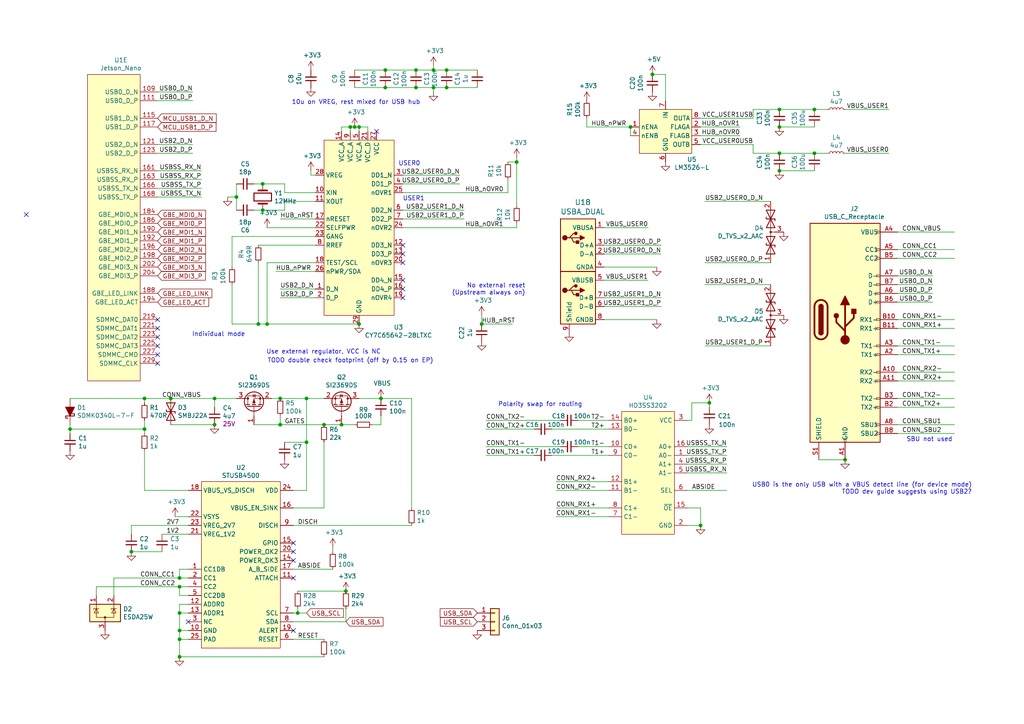
<source format=kicad_sch>
(kicad_sch (version 20200608) (host eeschema "5.99.0-unknown-ad69e44~101~ubuntu18.04.1")
  (page 1 6)
  (paper "A4")
  (junction (at 20.32 124.46))
  (junction (at 38.1 160.02))
  (junction (at 41.91 115.57))
  (junction (at 41.91 124.46))
  (junction (at 49.53 115.57))
  (junction (at 52.07 167.64))
  (junction (at 52.07 170.18))
  (junction (at 52.07 177.8))
  (junction (at 52.07 182.88))
  (junction (at 52.07 185.42))
  (junction (at 52.07 190.5))
  (junction (at 62.23 115.57))
  (junction (at 62.23 123.19))
  (junction (at 68.58 57.15))
  (junction (at 74.93 93.98))
  (junction (at 76.2 53.34))
  (junction (at 76.2 60.96))
  (junction (at 77.47 93.98))
  (junction (at 81.28 115.57))
  (junction (at 81.28 123.19))
  (junction (at 86.36 177.8))
  (junction (at 88.9 115.57))
  (junction (at 88.9 128.27))
  (junction (at 93.98 123.19))
  (junction (at 99.06 123.19))
  (junction (at 100.33 171.45))
  (junction (at 101.6 36.83))
  (junction (at 102.87 36.83))
  (junction (at 104.14 36.83))
  (junction (at 104.14 93.98))
  (junction (at 110.49 115.57))
  (junction (at 111.76 20.32))
  (junction (at 111.76 25.4))
  (junction (at 120.65 20.32))
  (junction (at 120.65 25.4))
  (junction (at 125.73 20.32))
  (junction (at 125.73 25.4))
  (junction (at 129.54 20.32))
  (junction (at 129.54 25.4))
  (junction (at 139.7 93.98))
  (junction (at 149.86 46.99))
  (junction (at 182.88 36.83))
  (junction (at 189.23 21.59))
  (junction (at 203.2 152.4))
  (junction (at 205.74 116.84))
  (junction (at 226.06 31.75))
  (junction (at 226.06 36.83))
  (junction (at 226.06 44.45))
  (junction (at 226.06 49.53))
  (junction (at 236.22 31.75))
  (junction (at 236.22 44.45))
  (junction (at 245.11 133.35))
  (no_connect (at 7.62 62.23))
  (no_connect (at 116.84 71.12))
  (no_connect (at 85.09 167.64))
  (no_connect (at 45.72 102.87))
  (no_connect (at 116.84 76.2))
  (no_connect (at 116.84 73.66))
  (no_connect (at 45.72 97.79))
  (no_connect (at 116.84 83.82))
  (no_connect (at 45.72 95.25))
  (no_connect (at 85.09 182.88))
  (no_connect (at 85.09 162.56))
  (no_connect (at 85.09 157.48))
  (no_connect (at 109.22 38.1))
  (no_connect (at 116.84 81.28))
  (no_connect (at 45.72 100.33))
  (no_connect (at 54.61 180.34))
  (no_connect (at 45.72 92.71))
  (no_connect (at 116.84 86.36))
  (no_connect (at 85.09 160.02))
  (no_connect (at 45.72 105.41))
  (wire (pts (xy 20.32 123.19) (xy 20.32 124.46)))
  (wire (pts (xy 20.32 124.46) (xy 20.32 125.73)))
  (wire (pts (xy 27.94 170.18) (xy 27.94 172.72)))
  (wire (pts (xy 33.02 167.64) (xy 33.02 172.72)))
  (wire (pts (xy 33.02 167.64) (xy 52.07 167.64)))
  (wire (pts (xy 38.1 152.4) (xy 38.1 154.94)))
  (wire (pts (xy 41.91 115.57) (xy 20.32 115.57)))
  (wire (pts (xy 41.91 115.57) (xy 41.91 116.84)))
  (wire (pts (xy 41.91 121.92) (xy 41.91 124.46)))
  (wire (pts (xy 41.91 124.46) (xy 20.32 124.46)))
  (wire (pts (xy 41.91 124.46) (xy 41.91 125.73)))
  (wire (pts (xy 41.91 130.81) (xy 41.91 142.24)))
  (wire (pts (xy 41.91 142.24) (xy 54.61 142.24)))
  (wire (pts (xy 45.72 26.67) (xy 55.88 26.67)))
  (wire (pts (xy 45.72 29.21) (xy 55.88 29.21)))
  (wire (pts (xy 45.72 41.91) (xy 55.88 41.91)))
  (wire (pts (xy 45.72 44.45) (xy 55.88 44.45)))
  (wire (pts (xy 45.72 49.53) (xy 58.42 49.53)))
  (wire (pts (xy 45.72 52.07) (xy 58.42 52.07)))
  (wire (pts (xy 45.72 54.61) (xy 58.42 54.61)))
  (wire (pts (xy 45.72 57.15) (xy 58.42 57.15)))
  (wire (pts (xy 46.99 160.02) (xy 38.1 160.02)))
  (wire (pts (xy 49.53 115.57) (xy 41.91 115.57)))
  (wire (pts (xy 49.53 115.57) (xy 62.23 115.57)))
  (wire (pts (xy 49.53 123.19) (xy 62.23 123.19)))
  (wire (pts (xy 50.8 149.86) (xy 54.61 149.86)))
  (wire (pts (xy 52.07 165.1) (xy 52.07 167.64)))
  (wire (pts (xy 52.07 167.64) (xy 54.61 167.64)))
  (wire (pts (xy 52.07 170.18) (xy 27.94 170.18)))
  (wire (pts (xy 52.07 170.18) (xy 52.07 172.72)))
  (wire (pts (xy 52.07 172.72) (xy 54.61 172.72)))
  (wire (pts (xy 52.07 175.26) (xy 52.07 177.8)))
  (wire (pts (xy 52.07 177.8) (xy 52.07 182.88)))
  (wire (pts (xy 52.07 182.88) (xy 52.07 185.42)))
  (wire (pts (xy 52.07 185.42) (xy 52.07 190.5)))
  (wire (pts (xy 52.07 190.5) (xy 93.98 190.5)))
  (wire (pts (xy 54.61 152.4) (xy 38.1 152.4)))
  (wire (pts (xy 54.61 154.94) (xy 46.99 154.94)))
  (wire (pts (xy 54.61 165.1) (xy 52.07 165.1)))
  (wire (pts (xy 54.61 170.18) (xy 52.07 170.18)))
  (wire (pts (xy 54.61 175.26) (xy 52.07 175.26)))
  (wire (pts (xy 54.61 177.8) (xy 52.07 177.8)))
  (wire (pts (xy 54.61 182.88) (xy 52.07 182.88)))
  (wire (pts (xy 54.61 185.42) (xy 52.07 185.42)))
  (wire (pts (xy 62.23 115.57) (xy 68.58 115.57)))
  (wire (pts (xy 62.23 118.11) (xy 62.23 115.57)))
  (wire (pts (xy 66.04 57.15) (xy 68.58 57.15)))
  (wire (pts (xy 67.31 68.58) (xy 67.31 77.47)))
  (wire (pts (xy 67.31 82.55) (xy 67.31 93.98)))
  (wire (pts (xy 67.31 93.98) (xy 74.93 93.98)))
  (wire (pts (xy 68.58 53.34) (xy 68.58 57.15)))
  (wire (pts (xy 68.58 57.15) (xy 68.58 60.96)))
  (wire (pts (xy 73.66 53.34) (xy 76.2 53.34)))
  (wire (pts (xy 73.66 60.96) (xy 76.2 60.96)))
  (wire (pts (xy 73.66 123.19) (xy 81.28 123.19)))
  (wire (pts (xy 74.93 71.12) (xy 91.44 71.12)))
  (wire (pts (xy 74.93 76.2) (xy 74.93 93.98)))
  (wire (pts (xy 74.93 93.98) (xy 77.47 93.98)))
  (wire (pts (xy 77.47 66.04) (xy 91.44 66.04)))
  (wire (pts (xy 77.47 76.2) (xy 77.47 93.98)))
  (wire (pts (xy 78.74 115.57) (xy 81.28 115.57)))
  (wire (pts (xy 80.01 78.74) (xy 91.44 78.74)))
  (wire (pts (xy 81.28 63.5) (xy 91.44 63.5)))
  (wire (pts (xy 81.28 83.82) (xy 91.44 83.82)))
  (wire (pts (xy 81.28 86.36) (xy 91.44 86.36)))
  (wire (pts (xy 81.28 115.57) (xy 88.9 115.57)))
  (wire (pts (xy 81.28 123.19) (xy 81.28 120.65)))
  (wire (pts (xy 81.28 123.19) (xy 93.98 123.19)))
  (wire (pts (xy 82.55 53.34) (xy 76.2 53.34)))
  (wire (pts (xy 82.55 55.88) (xy 82.55 53.34)))
  (wire (pts (xy 82.55 58.42) (xy 82.55 60.96)))
  (wire (pts (xy 82.55 60.96) (xy 76.2 60.96)))
  (wire (pts (xy 82.55 128.27) (xy 88.9 128.27)))
  (wire (pts (xy 85.09 142.24) (xy 88.9 142.24)))
  (wire (pts (xy 85.09 147.32) (xy 93.98 147.32)))
  (wire (pts (xy 85.09 165.1) (xy 96.52 165.1)))
  (wire (pts (xy 85.09 177.8) (xy 86.36 177.8)))
  (wire (pts (xy 85.09 180.34) (xy 100.33 180.34)))
  (wire (pts (xy 86.36 171.45) (xy 100.33 171.45)))
  (wire (pts (xy 86.36 177.8) (xy 86.36 176.53)))
  (wire (pts (xy 86.36 177.8) (xy 88.9 177.8)))
  (wire (pts (xy 88.9 115.57) (xy 93.98 115.57)))
  (wire (pts (xy 88.9 128.27) (xy 88.9 115.57)))
  (wire (pts (xy 88.9 142.24) (xy 88.9 128.27)))
  (wire (pts (xy 90.17 50.8) (xy 90.17 49.53)))
  (wire (pts (xy 91.44 50.8) (xy 90.17 50.8)))
  (wire (pts (xy 91.44 55.88) (xy 82.55 55.88)))
  (wire (pts (xy 91.44 58.42) (xy 82.55 58.42)))
  (wire (pts (xy 91.44 68.58) (xy 67.31 68.58)))
  (wire (pts (xy 91.44 76.2) (xy 77.47 76.2)))
  (wire (pts (xy 93.98 123.19) (xy 99.06 123.19)))
  (wire (pts (xy 93.98 147.32) (xy 93.98 128.27)))
  (wire (pts (xy 93.98 185.42) (xy 85.09 185.42)))
  (wire (pts (xy 96.52 160.02) (xy 96.52 158.75)))
  (wire (pts (xy 99.06 36.83) (xy 99.06 38.1)))
  (wire (pts (xy 99.06 123.19) (xy 102.87 123.19)))
  (wire (pts (xy 100.33 180.34) (xy 100.33 176.53)))
  (wire (pts (xy 101.6 36.83) (xy 99.06 36.83)))
  (wire (pts (xy 101.6 36.83) (xy 101.6 38.1)))
  (wire (pts (xy 102.87 20.32) (xy 111.76 20.32)))
  (wire (pts (xy 102.87 25.4) (xy 111.76 25.4)))
  (wire (pts (xy 102.87 36.83) (xy 101.6 36.83)))
  (wire (pts (xy 104.14 36.83) (xy 102.87 36.83)))
  (wire (pts (xy 104.14 36.83) (xy 106.68 36.83)))
  (wire (pts (xy 104.14 38.1) (xy 104.14 36.83)))
  (wire (pts (xy 104.14 93.98) (xy 77.47 93.98)))
  (wire (pts (xy 106.68 36.83) (xy 106.68 38.1)))
  (wire (pts (xy 107.95 123.19) (xy 110.49 123.19)))
  (wire (pts (xy 110.49 115.57) (xy 104.14 115.57)))
  (wire (pts (xy 110.49 115.57) (xy 119.38 115.57)))
  (wire (pts (xy 110.49 123.19) (xy 110.49 120.65)))
  (wire (pts (xy 111.76 20.32) (xy 120.65 20.32)))
  (wire (pts (xy 111.76 25.4) (xy 120.65 25.4)))
  (wire (pts (xy 116.84 50.8) (xy 133.35 50.8)))
  (wire (pts (xy 116.84 53.34) (xy 133.35 53.34)))
  (wire (pts (xy 116.84 55.88) (xy 147.32 55.88)))
  (wire (pts (xy 116.84 60.96) (xy 134.62 60.96)))
  (wire (pts (xy 116.84 63.5) (xy 134.62 63.5)))
  (wire (pts (xy 116.84 66.04) (xy 149.86 66.04)))
  (wire (pts (xy 119.38 115.57) (xy 119.38 147.32)))
  (wire (pts (xy 119.38 152.4) (xy 85.09 152.4)))
  (wire (pts (xy 120.65 20.32) (xy 125.73 20.32)))
  (wire (pts (xy 120.65 25.4) (xy 125.73 25.4)))
  (wire (pts (xy 125.73 19.05) (xy 125.73 20.32)))
  (wire (pts (xy 125.73 20.32) (xy 129.54 20.32)))
  (wire (pts (xy 125.73 25.4) (xy 125.73 26.67)))
  (wire (pts (xy 125.73 25.4) (xy 129.54 25.4)))
  (wire (pts (xy 129.54 20.32) (xy 138.43 20.32)))
  (wire (pts (xy 129.54 25.4) (xy 138.43 25.4)))
  (wire (pts (xy 139.7 91.44) (xy 139.7 93.98)))
  (wire (pts (xy 139.7 93.98) (xy 148.59 93.98)))
  (wire (pts (xy 140.97 132.08) (xy 154.94 132.08)))
  (wire (pts (xy 147.32 55.88) (xy 147.32 52.07)))
  (wire (pts (xy 149.86 45.72) (xy 149.86 46.99)))
  (wire (pts (xy 149.86 46.99) (xy 147.32 46.99)))
  (wire (pts (xy 149.86 59.69) (xy 149.86 46.99)))
  (wire (pts (xy 149.86 64.77) (xy 149.86 66.04)))
  (wire (pts (xy 154.94 124.46) (xy 140.97 124.46)))
  (wire (pts (xy 160.02 124.46) (xy 176.53 124.46)))
  (wire (pts (xy 160.02 132.08) (xy 176.53 132.08)))
  (wire (pts (xy 162.56 121.92) (xy 140.97 121.92)))
  (wire (pts (xy 162.56 129.54) (xy 140.97 129.54)))
  (wire (pts (xy 167.64 121.92) (xy 176.53 121.92)))
  (wire (pts (xy 167.64 129.54) (xy 176.53 129.54)))
  (wire (pts (xy 170.18 36.83) (xy 170.18 34.29)))
  (wire (pts (xy 170.18 36.83) (xy 182.88 36.83)))
  (wire (pts (xy 175.26 66.04) (xy 187.96 66.04)))
  (wire (pts (xy 175.26 71.12) (xy 191.77 71.12)))
  (wire (pts (xy 175.26 73.66) (xy 191.77 73.66)))
  (wire (pts (xy 175.26 77.47) (xy 190.5 77.47)))
  (wire (pts (xy 175.26 81.28) (xy 187.96 81.28)))
  (wire (pts (xy 175.26 86.36) (xy 191.77 86.36)))
  (wire (pts (xy 175.26 88.9) (xy 191.77 88.9)))
  (wire (pts (xy 175.26 92.71) (xy 190.5 92.71)))
  (wire (pts (xy 176.53 139.7) (xy 161.29 139.7)))
  (wire (pts (xy 176.53 142.24) (xy 161.29 142.24)))
  (wire (pts (xy 176.53 147.32) (xy 161.29 147.32)))
  (wire (pts (xy 176.53 149.86) (xy 161.29 149.86)))
  (wire (pts (xy 182.88 36.83) (xy 182.88 39.37)))
  (wire (pts (xy 189.23 21.59) (xy 193.04 21.59)))
  (wire (pts (xy 193.04 21.59) (xy 193.04 29.21)))
  (wire (pts (xy 199.39 121.92) (xy 200.66 121.92)))
  (wire (pts (xy 199.39 129.54) (xy 210.82 129.54)))
  (wire (pts (xy 199.39 132.08) (xy 210.82 132.08)))
  (wire (pts (xy 199.39 134.62) (xy 210.82 134.62)))
  (wire (pts (xy 199.39 137.16) (xy 210.82 137.16)))
  (wire (pts (xy 199.39 142.24) (xy 210.82 142.24)))
  (wire (pts (xy 199.39 147.32) (xy 203.2 147.32)))
  (wire (pts (xy 200.66 116.84) (xy 205.74 116.84)))
  (wire (pts (xy 200.66 121.92) (xy 200.66 116.84)))
  (wire (pts (xy 203.2 34.29) (xy 218.44 34.29)))
  (wire (pts (xy 203.2 36.83) (xy 214.63 36.83)))
  (wire (pts (xy 203.2 39.37) (xy 214.63 39.37)))
  (wire (pts (xy 203.2 41.91) (xy 218.44 41.91)))
  (wire (pts (xy 203.2 147.32) (xy 203.2 152.4)))
  (wire (pts (xy 203.2 152.4) (xy 199.39 152.4)))
  (wire (pts (xy 204.47 58.42) (xy 223.52 58.42)))
  (wire (pts (xy 204.47 76.2) (xy 223.52 76.2)))
  (wire (pts (xy 204.47 82.55) (xy 223.52 82.55)))
  (wire (pts (xy 204.47 100.33) (xy 223.52 100.33)))
  (wire (pts (xy 205.74 118.11) (xy 205.74 116.84)))
  (wire (pts (xy 218.44 31.75) (xy 226.06 31.75)))
  (wire (pts (xy 218.44 34.29) (xy 218.44 31.75)))
  (wire (pts (xy 218.44 41.91) (xy 218.44 44.45)))
  (wire (pts (xy 218.44 44.45) (xy 226.06 44.45)))
  (wire (pts (xy 226.06 31.75) (xy 236.22 31.75)))
  (wire (pts (xy 226.06 36.83) (xy 236.22 36.83)))
  (wire (pts (xy 226.06 44.45) (xy 236.22 44.45)))
  (wire (pts (xy 226.06 49.53) (xy 236.22 49.53)))
  (wire (pts (xy 236.22 31.75) (xy 240.03 31.75)))
  (wire (pts (xy 236.22 44.45) (xy 240.03 44.45)))
  (wire (pts (xy 237.49 133.35) (xy 245.11 133.35)))
  (wire (pts (xy 245.11 31.75) (xy 257.81 31.75)))
  (wire (pts (xy 245.11 44.45) (xy 257.81 44.45)))
  (wire (pts (xy 260.35 67.31) (xy 276.86 67.31)))
  (wire (pts (xy 260.35 72.39) (xy 276.86 72.39)))
  (wire (pts (xy 260.35 74.93) (xy 276.86 74.93)))
  (wire (pts (xy 260.35 80.01) (xy 270.51 80.01)))
  (wire (pts (xy 260.35 82.55) (xy 270.51 82.55)))
  (wire (pts (xy 260.35 85.09) (xy 270.51 85.09)))
  (wire (pts (xy 260.35 87.63) (xy 270.51 87.63)))
  (wire (pts (xy 260.35 92.71) (xy 276.86 92.71)))
  (wire (pts (xy 260.35 95.25) (xy 276.86 95.25)))
  (wire (pts (xy 260.35 100.33) (xy 276.86 100.33)))
  (wire (pts (xy 260.35 102.87) (xy 276.86 102.87)))
  (wire (pts (xy 260.35 107.95) (xy 276.86 107.95)))
  (wire (pts (xy 260.35 110.49) (xy 276.86 110.49)))
  (wire (pts (xy 260.35 115.57) (xy 276.86 115.57)))
  (wire (pts (xy 260.35 118.11) (xy 276.86 118.11)))
  (wire (pts (xy 260.35 123.19) (xy 276.86 123.19)))
  (wire (pts (xy 260.35 125.73) (xy 276.86 125.73)))
  (text "Individual mode" (at 71.12 97.79 180) (effects (font (size 1.27 1.27)) (justify right bottom)))
  (text "Use external regulator, VCC is NC" (at 110.49 102.87 180) (effects (font (size 1.27 1.27)) (justify right bottom)))
  (text "10u on VREG, rest mixed for USB hub" (at 121.92 30.48 180) (effects (font (size 1.27 1.27)) (justify right bottom)))
  (text "USER0" (at 121.92 48.26 180) (effects (font (size 1.27 1.27)) (justify right bottom)))
  (text "USER1" (at 123.19 58.42 180) (effects (font (size 1.27 1.27)) (justify right bottom)))
  (text "TODO double check footprint (off by 0.15 on EP)" (at 125.73 105.41 180) (effects (font (size 1.27 1.27)) (justify right bottom)))
  (text "No external reset\n(Upstream always on)" (at 152.4 85.725 180) (effects (font (size 1.27 1.27)) (justify right bottom)))
  (text "Polarity swap for routing" (at 168.91 118.11 180) (effects (font (size 1.27 1.27)) (justify right bottom)))
  (text "SBU not used" (at 262.89 128.27 0) (effects (font (size 1.27 1.27)) (justify left bottom)))
  (text "USB0 is the only USB with a VBUS detect line (for device mode)\nTODO dev guide suggests using USB2?" (at 281.94 143.51 0) (effects (font (size 1.27 1.27)) (justify right bottom)))
  (label "CONN_CC1" (at 40.64 167.64 0))
  (label "CONN_CC2" (at 40.64 170.18 0))
  (label "CONN_VBUS" (at 46.99 115.57 0))
  (label "2V7" (at 48.26 152.4 0))
  (label "1V2" (at 48.26 154.94 0))
  (label "USB0_D_N" (at 55.88 26.67 180))
  (label "USB0_D_P" (at 55.88 29.21 180))
  (label "USB2_D_N" (at 55.88 41.91 180))
  (label "USB2_D_P" (at 55.88 44.45 180))
  (label "USBSS_RX_N" (at 58.42 49.53 180))
  (label "USBSS_RX_P" (at 58.42 52.07 180))
  (label "USBSS_TX_P" (at 58.42 54.61 180))
  (label "USBSS_TX_N" (at 58.42 57.15 180))
  (label "HUB_nPWR" (at 80.01 78.74 0))
  (label "HUB_nRST" (at 81.28 63.5 0))
  (label "USB2_D_N" (at 81.28 83.82 0))
  (label "USB2_D_P" (at 81.28 86.36 0))
  (label "GATES" (at 82.55 123.19 0))
  (label "DISCH" (at 86.36 152.4 0))
  (label "ABSIDE" (at 86.36 165.1 0))
  (label "RESET" (at 86.36 185.42 0))
  (label "USB2_USER0_D_N" (at 133.35 50.8 180))
  (label "USB2_USER0_D_P" (at 133.35 53.34 180))
  (label "USB2_USER1_D_N" (at 134.62 60.96 180))
  (label "USB2_USER1_D_P" (at 134.62 63.5 180))
  (label "HUB_nRST" (at 139.7 93.98 0))
  (label "CONN_TX2-" (at 140.97 121.92 0))
  (label "CONN_TX2+" (at 140.97 124.46 0))
  (label "CONN_TX1-" (at 140.97 129.54 0))
  (label "CONN_TX1+" (at 140.97 132.08 0))
  (label "HUB_nOVR0" (at 146.05 55.88 180))
  (label "HUB_nOVR1" (at 146.05 66.04 180))
  (label "CONN_RX2+" (at 161.29 139.7 0))
  (label "CONN_RX2-" (at 161.29 142.24 0))
  (label "CONN_RX1+" (at 161.29 147.32 0))
  (label "CONN_RX1-" (at 161.29 149.86 0))
  (label "HUB_nPWR" (at 171.45 36.83 0))
  (label "T2-" (at 171.45 121.92 0))
  (label "T2+" (at 171.45 124.46 0))
  (label "T1-" (at 171.45 129.54 0))
  (label "T1+" (at 171.45 132.08 0))
  (label "VBUS_USER0" (at 187.96 66.04 180))
  (label "VBUS_USER1" (at 187.96 81.28 180))
  (label "USB2_USER0_D_P" (at 191.77 71.12 180))
  (label "USB2_USER0_D_N" (at 191.77 73.66 180))
  (label "USB2_USER1_D_N" (at 191.77 86.36 180))
  (label "USB2_USER1_D_P" (at 191.77 88.9 180))
  (label "ABSIDE" (at 200.66 142.24 0))
  (label "USB2_USER0_D_N" (at 204.47 58.42 0))
  (label "USB2_USER0_D_P" (at 204.47 76.2 0))
  (label "USB2_USER1_D_N" (at 204.47 82.55 0))
  (label "USB2_USER1_D_P" (at 204.47 100.33 0))
  (label "USBSS_TX_N" (at 210.82 129.54 180))
  (label "USBSS_TX_P" (at 210.82 132.08 180))
  (label "USBSS_RX_P" (at 210.82 134.62 180))
  (label "USBSS_RX_N" (at 210.82 137.16 180))
  (label "HUB_nOVR1" (at 214.63 36.83 180))
  (label "HUB_nOVR0" (at 214.63 39.37 180))
  (label "VCC_USER1USB" (at 218.44 34.29 180))
  (label "VCC_USER0USB" (at 218.44 41.91 180))
  (label "VBUS_USER1" (at 257.81 31.75 180))
  (label "VBUS_USER0" (at 257.81 44.45 180))
  (label "CONN_VBUS" (at 261.62 67.31 0))
  (label "CONN_CC1" (at 261.62 72.39 0))
  (label "CONN_CC2" (at 261.62 74.93 0))
  (label "CONN_RX1-" (at 261.62 92.71 0))
  (label "CONN_RX1+" (at 261.62 95.25 0))
  (label "CONN_TX1-" (at 261.62 100.33 0))
  (label "CONN_TX1+" (at 261.62 102.87 0))
  (label "CONN_RX2-" (at 261.62 107.95 0))
  (label "CONN_RX2+" (at 261.62 110.49 0))
  (label "CONN_TX2-" (at 261.62 115.57 0))
  (label "CONN_TX2+" (at 261.62 118.11 0))
  (label "CONN_SBU1" (at 261.62 123.19 0))
  (label "CONN_SBU2" (at 261.62 125.73 0))
  (label "USB0_D_N" (at 270.51 80.01 180))
  (label "USB0_D_N" (at 270.51 82.55 180))
  (label "USB0_D_P" (at 270.51 85.09 180))
  (label "USB0_D_P" (at 270.51 87.63 180))
  (global_label "MCU_USB1_D_N" (shape input) (at 45.72 34.29 0))
  (global_label "MCU_USB1_D_P" (shape input) (at 45.72 36.83 0))
  (global_label "GBE_MDI0_N" (shape input) (at 45.72 62.23 0))
  (global_label "GBE_MDI0_P" (shape input) (at 45.72 64.77 0))
  (global_label "GBE_MDI1_N" (shape input) (at 45.72 67.31 0))
  (global_label "GBE_MDI1_P" (shape input) (at 45.72 69.85 0))
  (global_label "GBE_MDI2_N" (shape input) (at 45.72 72.39 0))
  (global_label "GBE_MDI2_P" (shape input) (at 45.72 74.93 0))
  (global_label "GBE_MDI3_N" (shape input) (at 45.72 77.47 0))
  (global_label "GBE_MDI3_P" (shape input) (at 45.72 80.01 0))
  (global_label "GBE_LED_LINK" (shape input) (at 45.72 85.09 0))
  (global_label "GBE_LED_ACT" (shape input) (at 45.72 87.63 0))
  (global_label "USB_SCL" (shape input) (at 88.9 177.8 0))
  (global_label "USB_SDA" (shape input) (at 100.33 180.34 0))
  (global_label "USB_SDA" (shape input) (at 138.43 177.8 180))
  (global_label "USB_SCL" (shape input) (at 138.43 180.34 180))
  (symbol (lib_name "Device:L_Small_1") (lib_id "Device:L_Small") (at 242.57 31.75 90) (unit 1)
    (property "Reference" "L3" (at 242.57 27.1526 90))
    (property "Value" "4u7" (at 242.57 29.464 90))
    (property "Footprint" "Inductor_SMD:L_0805_2012Metric" (effects hide))
    (property "D1N" "Digikey" (effects hide))
    (property "D1PN" "490-12073-1-ND" (effects hide))
    (property "MFN" "Murata" (effects hide))
    (property "MPN" "LQM2MPN4R7MG0L" (effects hide))
  )
  (symbol (lib_id "Device:L_Small") (at 242.57 44.45 90) (unit 1)
    (property "Reference" "L4" (at 242.57 39.8526 90))
    (property "Value" "4u7" (at 242.57 42.164 90))
    (property "Footprint" "Inductor_SMD:L_0805_2012Metric" (effects hide))
    (property "D1N" "Digikey" (effects hide))
    (property "D1PN" "490-12073-1-ND" (effects hide))
    (property "MFN" "Murata" (effects hide))
    (property "MPN" "LQM2MPN4R7MG0L" (effects hide))
  )
  (symbol (lib_id "power:+3.3V") (at 50.8 149.86 0) (unit 1)
    (property "Reference" "#PWR0104" (effects hide))
    (property "Value" "+3.3V" (at 51.181 145.542 0))
  )
  (symbol (lib_id "power:+3.3V") (at 77.47 66.04 0) (unit 1)
    (property "Reference" "#PWR0115" (effects hide))
    (property "Value" "+3.3V" (at 77.851 61.722 0))
  )
  (symbol (lib_id "power:+3.3V") (at 90.17 20.32 0) (unit 1)
    (property "Reference" "#PWR0113" (effects hide))
    (property "Value" "+3.3V" (at 90.551 16.002 0))
  )
  (symbol (lib_id "power:+3.3V") (at 90.17 49.53 0) (unit 1)
    (property "Reference" "#PWR0111" (effects hide))
    (property "Value" "+3.3V" (at 90.551 45.212 0))
  )
  (symbol (lib_id "power:+3.3V") (at 96.52 158.75 0) (unit 1)
    (property "Reference" "#PWR0117" (effects hide))
    (property "Value" "+3.3V" (at 96.901 154.432 0))
  )
  (symbol (lib_id "power:+3.3V") (at 100.33 171.45 0) (unit 1)
    (property "Reference" "#PWR0233" (effects hide))
    (property "Value" "+3.3V" (at 100.711 167.132 0))
  )
  (symbol (lib_id "power:+3.3V") (at 102.87 36.83 0) (unit 1)
    (property "Reference" "#PWR0107" (effects hide))
    (property "Value" "+3.3V" (at 103.251 32.512 0))
  )
  (symbol (lib_id "power:VBUS") (at 110.49 115.57 0) (unit 1)
    (property "Reference" "#PWR0108" (effects hide))
    (property "Value" "VBUS" (at 110.871 111.1758 0))
  )
  (symbol (lib_id "power:+3.3V") (at 125.73 19.05 0) (unit 1)
    (property "Reference" "#PWR0112" (effects hide))
    (property "Value" "+3.3V" (at 126.111 14.732 0))
  )
  (symbol (lib_id "power:+3.3V") (at 139.7 91.44 0) (unit 1)
    (property "Reference" "#PWR0123" (effects hide))
    (property "Value" "+3.3V" (at 140.081 87.122 0))
  )
  (symbol (lib_id "power:+3.3V") (at 149.86 45.72 0) (unit 1)
    (property "Reference" "#PWR0119" (effects hide))
    (property "Value" "+3.3V" (at 150.241 41.402 0))
  )
  (symbol (lib_id "power:+3.3V") (at 170.18 29.21 0) (unit 1)
    (property "Reference" "#PWR0120" (effects hide))
    (property "Value" "+3.3V" (at 170.561 24.892 0))
  )
  (symbol (lib_id "power:+5V") (at 189.23 21.59 0) (unit 1)
    (property "Reference" "#PWR0121" (effects hide))
    (property "Value" "+5V" (at 189.611 17.1958 0))
  )
  (symbol (lib_id "power:+3.3V") (at 205.74 116.84 0) (unit 1)
    (property "Reference" "#PWR0127" (effects hide))
    (property "Value" "+3.3V" (at 206.121 112.522 0))
  )
  (symbol (lib_id "power:GND") (at 20.32 130.81 0) (unit 1)
    (property "Reference" "#PWR0254" (effects hide))
    (property "Value" "GND" (effects hide))
  )
  (symbol (lib_id "power:GND") (at 30.48 182.88 0) (unit 1)
    (property "Reference" "#PWR0253" (effects hide))
    (property "Value" "GND" (effects hide))
  )
  (symbol (lib_id "power:GND") (at 38.1 160.02 0) (unit 1)
    (property "Reference" "#PWR0106" (effects hide))
    (property "Value" "GND" (effects hide))
  )
  (symbol (lib_id "power:GND") (at 52.07 190.5 0) (unit 1)
    (property "Reference" "#PWR0103" (effects hide))
    (property "Value" "GND" (effects hide))
  )
  (symbol (lib_id "power:GND") (at 62.23 123.19 0) (unit 1)
    (property "Reference" "#PWR0180" (effects hide))
    (property "Value" "GND" (effects hide))
  )
  (symbol (lib_id "power:GND") (at 66.04 57.15 0) (unit 1)
    (property "Reference" "#PWR0116" (effects hide))
    (property "Value" "GND" (effects hide))
  )
  (symbol (lib_id "power:GND") (at 82.55 133.35 0) (unit 1)
    (property "Reference" "#PWR0109" (effects hide))
    (property "Value" "GND" (effects hide))
  )
  (symbol (lib_id "power:GND") (at 90.17 25.4 0) (unit 1)
    (property "Reference" "#PWR0114" (effects hide))
    (property "Value" "GND" (effects hide))
  )
  (symbol (lib_id "power:GND") (at 104.14 93.98 0) (unit 1)
    (property "Reference" "#PWR0105" (effects hide))
    (property "Value" "GND" (effects hide))
  )
  (symbol (lib_id "power:GND") (at 125.73 26.67 0) (unit 1)
    (property "Reference" "#PWR0118" (effects hide))
    (property "Value" "GND" (effects hide))
  )
  (symbol (lib_id "power:GND") (at 138.43 182.88 0) (unit 1)
    (property "Reference" "#PWR0221" (effects hide))
    (property "Value" "GND" (effects hide))
  )
  (symbol (lib_id "power:GND") (at 139.7 99.06 0) (unit 1)
    (property "Reference" "#PWR0128" (effects hide))
    (property "Value" "GND" (effects hide))
  )
  (symbol (lib_id "power:GND") (at 165.1 96.52 0) (unit 1)
    (property "Reference" "#PWR0204" (effects hide))
    (property "Value" "GND" (effects hide))
  )
  (symbol (lib_id "power:GND") (at 189.23 26.67 0) (unit 1)
    (property "Reference" "#PWR0122" (effects hide))
    (property "Value" "GND" (effects hide))
  )
  (symbol (lib_id "power:GND") (at 190.5 77.47 0) (unit 1)
    (property "Reference" "#PWR0202" (effects hide))
    (property "Value" "GND" (effects hide))
  )
  (symbol (lib_id "power:GND") (at 190.5 92.71 0) (unit 1)
    (property "Reference" "#PWR0201" (effects hide))
    (property "Value" "GND" (effects hide))
  )
  (symbol (lib_id "power:GND") (at 193.04 46.99 0) (unit 1)
    (property "Reference" "#PWR0124" (effects hide))
    (property "Value" "GND" (effects hide))
  )
  (symbol (lib_id "power:GND") (at 203.2 152.4 0) (unit 1)
    (property "Reference" "#PWR0110" (effects hide))
    (property "Value" "GND" (effects hide))
  )
  (symbol (lib_id "power:GND") (at 205.74 123.19 0) (unit 1)
    (property "Reference" "#PWR0250" (effects hide))
    (property "Value" "GND" (effects hide))
  )
  (symbol (lib_id "power:GND") (at 226.06 36.83 0) (unit 1)
    (property "Reference" "#PWR0200" (effects hide))
    (property "Value" "GND" (effects hide))
  )
  (symbol (lib_id "power:GND") (at 226.06 49.53 0) (unit 1)
    (property "Reference" "#PWR0193" (effects hide))
    (property "Value" "GND" (effects hide))
  )
  (symbol (lib_id "power:GND") (at 227.33 67.31 0) (unit 1)
    (property "Reference" "#PWR0205" (effects hide))
    (property "Value" "GND" (effects hide))
  )
  (symbol (lib_id "power:GND") (at 227.33 91.44 0) (unit 1)
    (property "Reference" "#PWR0206" (effects hide))
    (property "Value" "GND" (effects hide))
  )
  (symbol (lib_id "power:GND") (at 245.11 133.35 0) (unit 1)
    (property "Reference" "#PWR0125" (effects hide))
    (property "Value" "GND" (effects hide))
  )
  (symbol (lib_id "Device:R_Small") (at 41.91 119.38 0) (unit 1)
    (property "Reference" "R1" (at 43.4086 118.2116 0) (effects (justify left)))
    (property "Value" "470R" (at 43.4086 120.523 0) (effects (justify left)))
    (property "Footprint" "Resistor_SMD:R_0402_1005Metric" (effects hide))
    (property "D1N" "Digikey" (effects hide))
    (property "D1PN" "P470LCT-ND" (effects hide))
    (property "MFN" "Panasonic" (effects hide))
    (property "MPN" "ERJ-2RKF4700X" (effects hide))
  )
  (symbol (lib_id "Device:R_Small") (at 41.91 128.27 0) (unit 1)
    (property "Reference" "R2" (at 43.4086 127.1016 0) (effects (justify left)))
    (property "Value" "1k" (at 43.4086 129.413 0) (effects (justify left)))
    (property "Footprint" "Resistor_SMD:R_0402_1005Metric" (effects hide))
    (property "D1N" "Digikey" (effects hide))
    (property "D1PN" "P1.00KLCT-ND" (effects hide))
    (property "MFN" "Panasonic" (effects hide))
    (property "MPN" "ERJ-2RKF1001X" (effects hide))
  )
  (symbol (lib_id "Device:R_Small") (at 67.31 80.01 0) (unit 1)
    (property "Reference" "R3" (at 62.357 80.01 90))
    (property "Value" "100k" (at 64.6684 80.01 90))
    (property "Footprint" "Resistor_SMD:R_0402_1005Metric" (effects hide))
    (property "D1N" "Digikey" (effects hide))
    (property "D1PN" "P100KDECT-ND" (effects hide))
    (property "MFN" "Panasonic" (effects hide))
    (property "MPN" "ERA-2AED104X" (effects hide))
  )
  (symbol (lib_id "Device:R_Small") (at 74.93 73.66 0) (unit 1)
    (property "Reference" "R4" (at 69.977 73.66 90))
    (property "Value" "649R" (at 72.2884 73.66 90))
    (property "Footprint" "Resistor_SMD:R_0402_1005Metric" (effects hide))
    (property "D1N" "Digikey" (effects hide))
    (property "D1PN" "P649DCCT-ND" (effects hide))
    (property "MFN" "Panasonic" (effects hide))
    (property "MPN" "ERA-2AEB6490X" (effects hide))
  )
  (symbol (lib_id "Device:R_Small") (at 81.28 118.11 0) (unit 1)
    (property "Reference" "R5" (at 82.7786 116.9416 0) (effects (justify left)))
    (property "Value" "100k" (at 82.7786 119.253 0) (effects (justify left)))
    (property "Footprint" "Resistor_SMD:R_0402_1005Metric" (effects hide))
    (property "D1N" "Digikey" (effects hide))
    (property "D1PN" "P100KDECT-ND" (effects hide))
    (property "MFN" "Panasonic" (effects hide))
    (property "MPN" "ERA-2AED104X" (effects hide))
  )
  (symbol (lib_name "Device:R_Small_1") (lib_id "Device:R_Small") (at 86.36 173.99 0) (unit 1)
    (property "Reference" "R28" (at 87.8586 172.8216 0) (effects (justify left)))
    (property "Value" "2k4" (at 87.8586 175.133 0) (effects (justify left)))
    (property "Footprint" "Resistor_SMD:R_0402_1005Metric" (effects hide))
    (property "D1N" "Digikey" (effects hide))
    (property "D1PN" "P2.4KDECT-ND" (effects hide))
    (property "MFN" "Panasonic" (effects hide))
    (property "MPN" "ERA-2AED242X" (effects hide))
  )
  (symbol (lib_id "Device:R_Small") (at 93.98 125.73 0) (unit 1)
    (property "Reference" "R6" (at 95.4786 124.5616 0) (effects (justify left)))
    (property "Value" "22k" (at 95.4786 126.873 0) (effects (justify left)))
    (property "Footprint" "Resistor_SMD:R_0402_1005Metric" (effects hide))
    (property "D1N" "Digikey" (effects hide))
    (property "D1PN" "P22.0KLCT-ND" (effects hide))
    (property "MFN" "Panasonic" (effects hide))
    (property "MPN" "ERJ-2RKF2202X" (effects hide))
  )
  (symbol (lib_id "Device:R_Small") (at 93.98 187.96 0) (unit 1)
    (property "Reference" "R7" (at 95.4786 186.7916 0) (effects (justify left)))
    (property "Value" "100k" (at 95.4786 189.103 0) (effects (justify left)))
    (property "Footprint" "Resistor_SMD:R_0402_1005Metric" (effects hide))
    (property "D1N" "Digikey" (effects hide))
    (property "D1PN" "P100KDECT-ND" (effects hide))
    (property "MFN" "Panasonic" (effects hide))
    (property "MPN" "ERA-2AED104X" (effects hide))
  )
  (symbol (lib_id "Device:R_Small") (at 96.52 162.56 0) (unit 1)
    (property "Reference" "R8" (at 98.0186 161.3916 0) (effects (justify left)))
    (property "Value" "100k" (at 98.0186 163.703 0) (effects (justify left)))
    (property "Footprint" "Resistor_SMD:R_0402_1005Metric" (effects hide))
    (property "D1N" "Digikey" (effects hide))
    (property "D1PN" "P100KDECT-ND" (effects hide))
    (property "MFN" "Panasonic" (effects hide))
    (property "MPN" "ERA-2AED104X" (effects hide))
  )
  (symbol (lib_name "Device:R_Small_1") (lib_id "Device:R_Small") (at 100.33 173.99 0) (unit 1)
    (property "Reference" "R29" (at 101.8286 172.8216 0) (effects (justify left)))
    (property "Value" "2k4" (at 101.8286 175.133 0) (effects (justify left)))
    (property "Footprint" "Resistor_SMD:R_0402_1005Metric" (effects hide))
    (property "D1N" "Digikey" (effects hide))
    (property "D1PN" "P2.4KDECT-ND" (effects hide))
    (property "MFN" "Panasonic" (effects hide))
    (property "MPN" "ERA-2AED242X" (effects hide))
  )
  (symbol (lib_id "Device:R_Small") (at 105.41 123.19 270) (unit 1)
    (property "Reference" "R9" (at 105.41 118.11 90) (effects (justify top)))
    (property "Value" "100R" (at 105.41 120.65 90))
    (property "Footprint" "Resistor_SMD:R_0402_1005Metric" (effects hide))
    (property "D1N" "Digikey" (effects hide))
    (property "D1PN" "P100DECT-ND" (effects hide))
    (property "MFN" "Panasonic" (effects hide))
    (property "MPN" "ERA-2AED101X" (effects hide))
  )
  (symbol (lib_id "Device:R_Small") (at 119.38 149.86 0) (unit 1)
    (property "Reference" "R10" (at 120.8786 148.6916 0) (effects (justify left)))
    (property "Value" "1k" (at 120.8786 151.003 0) (effects (justify left)))
    (property "Footprint" "Resistor_SMD:R_0603_1608Metric" (effects hide))
    (property "D1N" "Digikey" (effects hide))
    (property "D1PN" "RHM1.0KDCT-ND" (effects hide))
    (property "MFN" "Rohm" (effects hide))
    (property "MPN" "ESR03EZPJ102" (effects hide))
  )
  (symbol (lib_id "Device:R_Small") (at 147.32 49.53 0) (unit 1)
    (property "Reference" "R11" (at 142.367 49.53 90))
    (property "Value" "10k" (at 144.6784 49.53 90))
    (property "Footprint" "Resistor_SMD:R_0402_1005Metric" (effects hide))
    (property "D1N" "Digikey" (effects hide))
    (property "D1PN" "P10KDECT-ND" (effects hide))
    (property "MFN" "Panasonic" (effects hide))
    (property "MPN" "ERA-2AED103X" (effects hide))
  )
  (symbol (lib_id "Device:R_Small") (at 149.86 62.23 0) (unit 1)
    (property "Reference" "R12" (at 144.907 62.23 90))
    (property "Value" "10k" (at 147.2184 62.23 90))
    (property "Footprint" "Resistor_SMD:R_0402_1005Metric" (effects hide))
    (property "D1N" "Digikey" (effects hide))
    (property "D1PN" "P10KDECT-ND" (effects hide))
    (property "MFN" "Panasonic" (effects hide))
    (property "MPN" "ERA-2AED103X" (effects hide))
  )
  (symbol (lib_id "Device:R_Small") (at 170.18 31.75 0) (unit 1)
    (property "Reference" "R15" (at 165.227 31.75 90))
    (property "Value" "100k" (at 167.5384 31.75 90))
    (property "Footprint" "Resistor_SMD:R_0402_1005Metric" (effects hide))
    (property "D1N" "Digikey" (effects hide))
    (property "D1PN" "P100KDECT-ND" (effects hide))
    (property "MFN" "Panasonic" (effects hide))
    (property "MPN" "ERA-2AED104X" (effects hide))
  )
  (symbol (lib_id "Device:C_Small") (at 20.32 128.27 0) (unit 1)
    (property "Reference" "C1" (at 22.6568 127.1016 0) (effects (justify left)))
    (property "Value" "1u" (at 22.6568 129.413 0) (effects (justify left)))
    (property "Footprint" "Capacitor_SMD:C_0402_1005Metric" (effects hide))
    (property "D1N" "Digikey" (effects hide))
    (property "D1PN" "1276-1445-1-ND" (effects hide))
    (property "MFN" "Samsung" (effects hide))
    (property "MPN" "CL05A105KA5NQNC" (effects hide))
  )
  (symbol (lib_id "Device:C_Small") (at 38.1 157.48 0) (unit 1)
    (property "Reference" "C2" (at 40.4368 156.3116 0) (effects (justify left)))
    (property "Value" "1u" (at 40.4368 158.623 0) (effects (justify left)))
    (property "Footprint" "Capacitor_SMD:C_0402_1005Metric" (effects hide))
    (property "D1N" "Digikey" (effects hide))
    (property "D1PN" "1276-1445-1-ND" (effects hide))
    (property "MFN" "Samsung" (effects hide))
    (property "MPN" "CL05A105KA5NQNC" (effects hide))
  )
  (symbol (lib_id "Device:C_Small") (at 46.99 157.48 0) (unit 1)
    (property "Reference" "C3" (at 49.3268 156.3116 0) (effects (justify left)))
    (property "Value" "1u" (at 49.3268 158.623 0) (effects (justify left)))
    (property "Footprint" "Capacitor_SMD:C_0402_1005Metric" (effects hide))
    (property "D1N" "Digikey" (effects hide))
    (property "D1PN" "1276-1445-1-ND" (effects hide))
    (property "MFN" "Samsung" (effects hide))
    (property "MPN" "CL05A105KA5NQNC" (effects hide))
  )
  (symbol (lib_id "Device:C_Small") (at 62.23 120.65 0) (unit 1)
    (property "Reference" "C4" (at 64.5668 118.3386 0) (effects (justify left)))
    (property "Value" "4u7" (at 64.5668 120.65 0) (effects (justify left)))
    (property "Footprint" "Capacitor_SMD:C_0603_1608Metric" (effects hide))
    (property "D1N" "Digikey" (effects hide))
    (property "D1PN" "1276-1900-1-ND" (effects hide))
    (property "MFN" "Samsung" (effects hide))
    (property "MPN" "CL10A475KA8NQNC" (effects hide))
    (property "voltage" "25V" (at 64.5668 122.9614 0) (effects (justify left)))
  )
  (symbol (lib_name "Device:C_Small_1") (lib_id "Device:C_Small") (at 71.12 53.34 90) (unit 1)
    (property "Reference" "C5" (at 71.12 47.5742 90))
    (property "Value" "18p" (at 71.12 49.8602 90))
    (property "Footprint" "Capacitor_SMD:C_0402_1005Metric" (effects hide))
    (property "D1N" "Digikey" (effects hide))
    (property "D1PN" "311-1415-1-ND" (effects hide))
    (property "MFN" "Yageo" (effects hide))
    (property "MPN" "CC0402JRNPO9BN180" (effects hide))
  )
  (symbol (lib_name "Device:C_Small_2") (lib_id "Device:C_Small") (at 71.12 60.96 270) (unit 1)
    (property "Reference" "C6" (at 71.12 66.7258 90))
    (property "Value" "18p" (at 71.12 64.4398 90))
    (property "Footprint" "Capacitor_SMD:C_0402_1005Metric" (effects hide))
    (property "D1N" "Digikey" (effects hide))
    (property "D1PN" "311-1415-1-ND" (effects hide))
    (property "MFN" "Yageo" (effects hide))
    (property "MPN" "CC0402JRNPO9BN180" (effects hide))
  )
  (symbol (lib_id "Device:C_Small") (at 82.55 130.81 0) (unit 1)
    (property "Reference" "C7" (at 84.8868 129.6416 0) (effects (justify left)))
    (property "Value" "1u" (at 84.8868 131.953 0) (effects (justify left)))
    (property "Footprint" "Capacitor_SMD:C_0402_1005Metric" (effects hide))
    (property "D1N" "Digikey" (effects hide))
    (property "D1PN" "1276-1445-1-ND" (effects hide))
    (property "MFN" "Samsung" (effects hide))
    (property "MPN" "CL05A105KA5NQNC" (effects hide))
  )
  (symbol (lib_id "Device:C_Small") (at 90.17 22.86 180) (unit 1)
    (property "Reference" "C8" (at 84.4042 22.86 90))
    (property "Value" "10u" (at 86.6902 22.86 90))
    (property "Footprint" "Capacitor_SMD:C_0402_1005Metric" (effects hide))
    (property "D1N" "Digikey" (effects hide))
    (property "D1PN" "490-18210-1-ND" (effects hide))
    (property "MFN" "Murata" (effects hide))
    (property "MPN" "GRM155C80J106ME11J" (effects hide))
  )
  (symbol (lib_id "Device:C_Small") (at 102.87 22.86 180) (unit 1)
    (property "Reference" "C9" (at 97.1042 22.86 90))
    (property "Value" "100n" (at 99.3902 22.86 90))
    (property "Footprint" "Capacitor_SMD:C_0402_1005Metric" (effects hide))
    (property "D1N" "Digikey" (effects hide))
    (property "D1PN" "1276-1004-1-ND" (effects hide))
    (property "MFN" "Samsung" (effects hide))
    (property "MPN" "CL05F104ZO5NNNC" (effects hide))
  )
  (symbol (lib_id "Device:C_Small") (at 110.49 118.11 0) (unit 1)
    (property "Reference" "C10" (at 112.8268 116.9416 0) (effects (justify left)))
    (property "Value" "100n" (at 112.8268 119.253 0) (effects (justify left)))
    (property "Footprint" "Capacitor_SMD:C_0402_1005Metric" (effects hide))
    (property "D1N" "Digikey" (effects hide))
    (property "D1PN" "1276-1004-1-ND" (effects hide))
    (property "MFN" "Samsung" (effects hide))
    (property "MPN" "CL05F104ZO5NNNC" (effects hide))
  )
  (symbol (lib_id "Device:C_Small") (at 111.76 22.86 180) (unit 1)
    (property "Reference" "C11" (at 105.9942 22.86 90))
    (property "Value" "100n" (at 108.2802 22.86 90))
    (property "Footprint" "Capacitor_SMD:C_0402_1005Metric" (effects hide))
    (property "D1N" "Digikey" (effects hide))
    (property "D1PN" "1276-1004-1-ND" (effects hide))
    (property "MFN" "Samsung" (effects hide))
    (property "MPN" "CL05F104ZO5NNNC" (effects hide))
  )
  (symbol (lib_id "Device:C_Small") (at 120.65 22.86 180) (unit 1)
    (property "Reference" "C12" (at 114.8842 22.86 90))
    (property "Value" "100n" (at 117.1702 22.86 90))
    (property "Footprint" "Capacitor_SMD:C_0402_1005Metric" (effects hide))
    (property "D1N" "Digikey" (effects hide))
    (property "D1PN" "1276-1004-1-ND" (effects hide))
    (property "MFN" "Samsung" (effects hide))
    (property "MPN" "CL05F104ZO5NNNC" (effects hide))
  )
  (symbol (lib_id "Device:C_Small") (at 129.54 22.86 180) (unit 1)
    (property "Reference" "C13" (at 123.7742 22.86 90))
    (property "Value" "100n" (at 126.0602 22.86 90))
    (property "Footprint" "Capacitor_SMD:C_0402_1005Metric" (effects hide))
    (property "D1N" "Digikey" (effects hide))
    (property "D1PN" "1276-1004-1-ND" (effects hide))
    (property "MFN" "Samsung" (effects hide))
    (property "MPN" "CL05F104ZO5NNNC" (effects hide))
  )
  (symbol (lib_id "Device:C_Small") (at 138.43 22.86 180) (unit 1)
    (property "Reference" "C14" (at 132.6642 22.86 90))
    (property "Value" "1u" (at 134.9502 22.86 90))
    (property "Footprint" "Capacitor_SMD:C_0402_1005Metric" (effects hide))
    (property "D1N" "Digikey" (effects hide))
    (property "D1PN" "1276-1445-1-ND" (effects hide))
    (property "MFN" "Samsung" (effects hide))
    (property "MPN" "CL05A105KA5NQNC" (effects hide))
  )
  (symbol (lib_id "Device:C_Small") (at 139.7 96.52 180) (unit 1)
    (property "Reference" "C22" (at 133.9342 96.52 90))
    (property "Value" "1u" (at 136.2202 96.52 90))
    (property "Footprint" "Capacitor_SMD:C_0402_1005Metric" (effects hide))
    (property "D1N" "Digikey" (effects hide))
    (property "D1PN" "1276-1445-1-ND" (effects hide))
    (property "MFN" "Samsung" (effects hide))
    (property "MPN" "CL05A105KA5NQNC" (effects hide))
  )
  (symbol (lib_id "Device:C_Small") (at 157.48 124.46 270) (unit 1)
    (property "Reference" "C16" (at 152.4 123.19 90) (effects (justify left)))
    (property "Value" "100n" (at 158.75 123.19 90) (effects (justify left)))
    (property "Footprint" "Capacitor_SMD:C_0402_1005Metric" (effects hide))
    (property "D1N" "Digikey" (effects hide))
    (property "D1PN" "1276-1004-1-ND" (effects hide))
    (property "MFN" "Samsung" (effects hide))
    (property "MPN" "CL05F104ZO5NNNC" (effects hide))
  )
  (symbol (lib_id "Device:C_Small") (at 157.48 132.08 270) (unit 1)
    (property "Reference" "C17" (at 152.4 130.81 90) (effects (justify left)))
    (property "Value" "100n" (at 158.75 130.81 90) (effects (justify left)))
    (property "Footprint" "Capacitor_SMD:C_0402_1005Metric" (effects hide))
    (property "D1N" "Digikey" (effects hide))
    (property "D1PN" "1276-1004-1-ND" (effects hide))
    (property "MFN" "Samsung" (effects hide))
    (property "MPN" "CL05F104ZO5NNNC" (effects hide))
  )
  (symbol (lib_id "Device:C_Small") (at 165.1 121.92 270) (unit 1)
    (property "Reference" "C18" (at 160.02 120.65 90) (effects (justify left)))
    (property "Value" "100n" (at 166.37 120.65 90) (effects (justify left)))
    (property "Footprint" "Capacitor_SMD:C_0402_1005Metric" (effects hide))
    (property "D1N" "Digikey" (effects hide))
    (property "D1PN" "1276-1004-1-ND" (effects hide))
    (property "MFN" "Samsung" (effects hide))
    (property "MPN" "CL05F104ZO5NNNC" (effects hide))
  )
  (symbol (lib_id "Device:C_Small") (at 165.1 129.54 270) (unit 1)
    (property "Reference" "C19" (at 160.02 128.27 90) (effects (justify left)))
    (property "Value" "100n" (at 166.37 128.27 90) (effects (justify left)))
    (property "Footprint" "Capacitor_SMD:C_0402_1005Metric" (effects hide))
    (property "D1N" "Digikey" (effects hide))
    (property "D1PN" "1276-1004-1-ND" (effects hide))
    (property "MFN" "Samsung" (effects hide))
    (property "MPN" "CL05F104ZO5NNNC" (effects hide))
  )
  (symbol (lib_id "Device:C_Small") (at 189.23 24.13 180) (unit 1)
    (property "Reference" "C20" (at 183.4642 24.13 90))
    (property "Value" "100n" (at 185.7502 24.13 90))
    (property "Footprint" "Capacitor_SMD:C_0402_1005Metric" (effects hide))
    (property "D1N" "Digikey" (effects hide))
    (property "D1PN" "1276-1004-1-ND" (effects hide))
    (property "MFN" "Samsung" (effects hide))
    (property "MPN" "CL05F104ZO5NNNC" (effects hide))
  )
  (symbol (lib_id "Device:C_Small") (at 205.74 120.65 180) (unit 1)
    (property "Reference" "C21" (at 212.09 120.65 0) (effects (justify left)))
    (property "Value" "100n" (at 213.36 123.19 0) (effects (justify left)))
    (property "Footprint" "Capacitor_SMD:C_0402_1005Metric" (effects hide))
    (property "D1N" "Digikey" (effects hide))
    (property "D1PN" "1276-1004-1-ND" (effects hide))
    (property "MFN" "Samsung" (effects hide))
    (property "MPN" "CL05F104ZO5NNNC" (effects hide))
  )
  (symbol (lib_id "Device:C_Small") (at 226.06 34.29 180) (unit 1)
    (property "Reference" "C33" (at 220.2942 34.29 90))
    (property "Value" "100n" (at 222.5802 34.29 90))
    (property "Footprint" "Capacitor_SMD:C_0402_1005Metric" (effects hide))
    (property "D1N" "Digikey" (effects hide))
    (property "D1PN" "1276-1004-1-ND" (effects hide))
    (property "MFN" "Samsung" (effects hide))
    (property "MPN" "CL05F104ZO5NNNC" (effects hide))
  )
  (symbol (lib_id "Device:C_Small") (at 226.06 46.99 180) (unit 1)
    (property "Reference" "C34" (at 220.2942 46.99 90))
    (property "Value" "100n" (at 222.5802 46.99 90))
    (property "Footprint" "Capacitor_SMD:C_0402_1005Metric" (effects hide))
    (property "D1N" "Digikey" (effects hide))
    (property "D1PN" "1276-1004-1-ND" (effects hide))
    (property "MFN" "Samsung" (effects hide))
    (property "MPN" "CL05F104ZO5NNNC" (effects hide))
  )
  (symbol (lib_id "Device:C_Small") (at 236.22 34.29 180) (unit 1)
    (property "Reference" "C35" (at 230.4542 34.29 90))
    (property "Value" "100u" (at 232.7402 34.29 90))
    (property "Footprint" "Capacitor_SMD:C_1206_3216Metric" (effects hide))
    (property "D1N" "Digikey" (effects hide))
    (property "D1PN" "445-6007-1-ND" (effects hide))
    (property "MFN" "TDK" (effects hide))
    (property "MPN" "C3216X5R1A107M160AC" (effects hide))
  )
  (symbol (lib_id "Device:C_Small") (at 236.22 46.99 180) (unit 1)
    (property "Reference" "C36" (at 230.4542 46.99 90))
    (property "Value" "100u" (at 232.7402 46.99 90))
    (property "Footprint" "Capacitor_SMD:C_1206_3216Metric" (effects hide))
    (property "D1N" "Digikey" (effects hide))
    (property "D1PN" "445-6007-1-ND" (effects hide))
    (property "MFN" "TDK" (effects hide))
    (property "MPN" "C3216X5R1A107M160AC" (effects hide))
  )
  (symbol (lib_id "Device:D_Schottky_ALT") (at 20.32 119.38 90) (unit 1)
    (property "Reference" "D1" (at 22.3266 118.2116 90) (effects (justify right)))
    (property "Value" "SDMK0340L-7-F" (at 22.3266 120.523 90) (effects (justify right)))
    (property "Footprint" "Diode_SMD:D_SOD-323" (effects hide))
    (property "D1N" "Digikey" (effects hide))
    (property "D1PN" "SDMK0340L-FDICT-ND" (effects hide))
    (property "MFN" "Diodes Inc" (effects hide))
    (property "MPN" "SDMK0340L-7-F" (effects hide))
  )
  (symbol (lib_id "Device:D_TVS") (at 49.53 119.38 270) (unit 1)
    (property "Reference" "D3" (at 51.5366 118.2116 90) (effects (justify left)))
    (property "Value" "SMBJ22A" (at 51.5366 120.523 90) (effects (justify left)))
    (property "Footprint" "Diode_SMD:D_SMB" (effects hide))
    (property "D1N" "Digikey" (effects hide))
    (property "D1PN" "SMBJ22ABCT-ND" (effects hide))
    (property "MFN" "Bourns" (effects hide))
    (property "MPN" "SMBJ22A" (effects hide))
  )
  (symbol (lib_id "Device:Crystal") (at 76.2 57.15 90) (unit 1)
    (property "Reference" "Y1" (at 79.5274 56.007 90) (effects (justify right)))
    (property "Value" "12MHz" (at 79.5274 58.293 90) (effects (justify right)))
    (property "Footprint" "Crystal:Crystal_SMD_5032-2Pin_5.0x3.2mm" (effects hide))
    (property "D1N" "Digikey" (effects hide))
    (property "D1PN" "1253-1375-1-ND" (effects hide))
    (property "MFN" "Kyocera" (effects hide))
    (property "MPN" "CX5032GB12000H0HPQZ1" (effects hide))
  )
  (symbol (lib_id "Connector_Generic:Conn_01x03") (at 143.51 180.34 0) (unit 1)
    (property "Reference" "J6" (at 145.542 179.241 0) (effects (justify left)))
    (property "Value" "Conn_01x03" (at 145.5421 181.5401 0) (effects (justify left)))
    (property "Footprint" "Connector_PinHeader_2.54mm:PinHeader_1x03_P2.54mm_Vertical" (effects hide))
    (property "D1N" "Digikey" (effects hide))
    (property "D1PN" "732-5316-ND" (effects hide))
    (property "MFN" "Wurth" (effects hide))
    (property "MPN" "CONN HEADER VERT 3POS 2.54MM" (effects hide))
  )
  (symbol (lib_id "Power_Protection:SP0502BAHT") (at 30.48 177.8 0) (unit 1)
    (property "Reference" "D2" (at 35.687 176.6316 0) (effects (justify left)))
    (property "Value" "ESDA25W" (at 35.687 178.943 0) (effects (justify left)))
    (property "Footprint" "Package_TO_SOT_SMD:SOT-23" (effects hide))
    (property "Datasheet" "http://www.littelfuse.com/~/media/files/littelfuse/technical%20resources/documents/data%20sheets/sp05xxba.pdf" (effects hide))
    (property "D1N" "Digikey" (effects hide))
    (property "D1PN" "497-6689-1-ND" (effects hide))
    (property "MFN" "ST" (effects hide))
    (property "MPN" "ESDA25W" (effects hide))
  )
  (symbol (lib_id "Device:D_TVS_x2_AAC") (at 223.52 67.31 90) (unit 1)
    (property "Reference" "D4" (at 221.488 66.167 90) (effects (justify left)))
    (property "Value" "D_TVS_x2_AAC" (at 221.488 68.453 90) (effects (justify left)))
    (property "Footprint" "USB:TPD2EUSB30x" (effects hide))
    (property "D1N" "Digikey" (effects hide))
    (property "D1PN" "296-25509-1-ND" (effects hide))
    (property "MFN" "TI" (effects hide))
    (property "MPN" "TPD2EUSB30DRTR" (effects hide))
  )
  (symbol (lib_id "Device:D_TVS_x2_AAC") (at 223.52 91.44 90) (unit 1)
    (property "Reference" "D5" (at 221.488 90.297 90) (effects (justify left)))
    (property "Value" "D_TVS_x2_AAC" (at 221.488 92.583 90) (effects (justify left)))
    (property "Footprint" "USB:TPD2EUSB30x" (effects hide))
    (property "D1N" "Digikey" (effects hide))
    (property "D1PN" "296-25509-1-ND" (effects hide))
    (property "MFN" "TI" (effects hide))
    (property "MPN" "TPD2EUSB30DRTR" (effects hide))
  )
  (symbol (lib_id "Device:Q_PMOS_GSD") (at 73.66 118.11 90) (unit 1)
    (property "Reference" "Q1" (at 73.66 109.3978 90))
    (property "Value" "SI2369DS" (at 73.66 111.7092 90))
    (property "Footprint" "Package_TO_SOT_SMD:SOT-23" (effects hide))
    (property "D1N" "Digikey" (effects hide))
    (property "D1PN" "SI2369DS-T1-GE3CT-ND" (effects hide))
    (property "MFN" "Vishay" (effects hide))
    (property "MPN" "SI2369DS-T1-GE3" (effects hide))
  )
  (symbol (lib_id "Device:Q_PMOS_GSD") (at 99.06 118.11 270) (mirror x) (unit 1)
    (property "Reference" "Q2" (at 99.06 109.3978 90))
    (property "Value" "SI2369DS" (at 99.06 111.7092 90))
    (property "Footprint" "Package_TO_SOT_SMD:SOT-23" (effects hide))
    (property "D1N" "Digikey" (effects hide))
    (property "D1PN" "SI2369DS-T1-GE3CT-ND" (effects hide))
    (property "MFN" "Vishay" (effects hide))
    (property "MPN" "SI2369DS-T1-GE3" (effects hide))
  )
  (symbol (lib_id "usb_controller:LM3526-L") (at 193.04 36.83 0) (unit 1)
    (property "Reference" "U5" (at 200.66 46.2534 0))
    (property "Value" "LM3526-L" (at 200.66 48.5648 0))
    (property "Footprint" "Package_SO:SO-8_3.9x4.9mm_P1.27mm" (effects hide))
    (property "D1N" "Digikey" (effects hide))
    (property "D1PN" "LM3526MX-L/NOPBCT-ND" (effects hide))
    (property "MFN" "TI" (effects hide))
    (property "MPN" "LM3526MX-L/NOPB" (effects hide))
  )
  (symbol (lib_id "usb2_connector:USBA_DUAL") (at 167.64 78.74 0) (unit 1)
    (property "Reference" "U18" (at 169.037 58.674 0) (effects (font (size 1.524 1.524))))
    (property "Value" "USBA_DUAL" (at 169.037 61.3918 0) (effects (font (size 1.524 1.524))))
    (property "Footprint" "USB:USBA_DUAL_HOR" (effects hide))
    (property "D1N" "Digikey" (effects hide))
    (property "D1PN" "609-1040-ND" (effects hide))
    (property "MFN" "Amphenol" (effects hide))
    (property "MPN" "72309-8034BLF" (effects hide))
  )
  (symbol (lib_id "usb_controller:HD3SS3202") (at 187.96 137.16 0) (unit 1)
    (property "Reference" "U4" (at 187.96 115.2906 0))
    (property "Value" "HD3SS3202" (at 187.96 117.602 0))
    (property "Footprint" "USB:TI_R_PUQFN_N16" (effects hide))
    (property "D1N" "Digikey" (effects hide))
    (property "D1PN" "296-52295-1-ND" (effects hide))
    (property "MFN" "TI" (effects hide))
    (property "MPN" "HD3SS3202IRSVT" (effects hide))
  )
  (symbol (lib_id "usb_controller:CY7C65642-28LTXC") (at 104.14 66.04 0) (unit 1)
    (property "Reference" "U3" (at 115.57 94.9452 0))
    (property "Value" "CY7C65642-28LTXC" (at 115.57 97.2566 0))
    (property "Footprint" "Package_DFN_QFN:QFN-28-1EP_5x5mm_P0.5mm_EP3.35x3.35mm" (effects hide))
    (property "D1N" "Digikey" (effects hide))
    (property "D1PN" "428-3149-ND" (effects hide))
    (property "MFN" "Cypress" (effects hide))
    (property "MPN" "CY7C65642-28LTXC" (effects hide))
  )
  (symbol (lib_id "usb_controller:STUSB4500") (at 67.31 162.56 0) (unit 1)
    (property "Reference" "U2" (at 69.85 135.6106 0))
    (property "Value" "STUSB4500" (at 69.85 137.922 0))
    (property "Footprint" "Package_DFN_QFN:QFN-24-1EP_4x4mm_P0.5mm_EP2.7x2.7mm" (effects hide))
    (property "D1N" "Digikey" (effects hide))
    (property "D1PN" "497-STUSB4500LQCT-ND" (effects hide))
    (property "MFN" "ST" (effects hide))
    (property "MPN" "STUSB4500LQTR" (effects hide))
  )
  (symbol (lib_id "Connector:USB_C_Receptacle") (at 245.11 92.71 0) (unit 1)
    (property "Reference" "J2" (at 247.777 60.5536 0))
    (property "Value" "USB_C_Receptacle" (at 247.777 62.865 0))
    (property "Footprint" "USB:USB_C_Receptacle_Wurth_632723300011" (effects hide))
    (property "Datasheet" "https://www.usb.org/sites/default/files/documents/usb_type-c.zip" (effects hide))
    (property "D1N" "Digikey" (effects hide))
    (property "D1PN" "732-9618-1-ND" (effects hide))
    (property "MFN" "Wurth" (effects hide))
    (property "MPN" "632723300011" (effects hide))
  )
  (symbol (lib_id "nvidia_jetson:Jetson_Nano") (at 33.02 64.77 0) (unit 5)
    (property "Reference" "U1" (at 35.052 17.4244 0))
    (property "Value" "Jetson_Nano" (at 35.052 19.7358 0))
    (property "Footprint" "Connectors_OSRF:TE_2309413-1" (effects hide))
    (property "D1N" "Digikey" (effects hide))
    (property "D1PN" "A126764CT-ND" (effects hide))
    (property "MFN" "TE Connectivity" (effects hide))
    (property "MPN" "2309413-1" (effects hide))
  )
)
</source>
